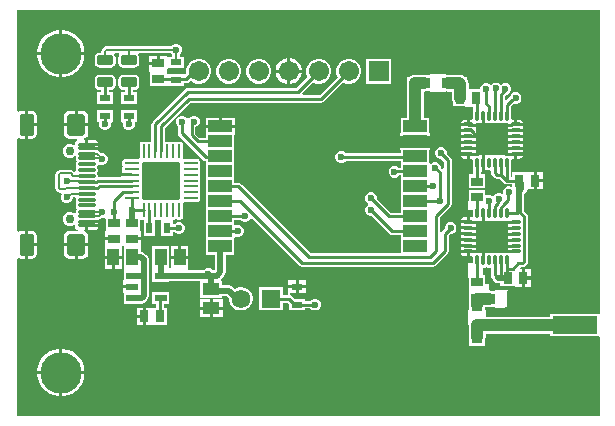
<source format=gtl>
G04*
G04 #@! TF.GenerationSoftware,Altium Limited,Altium Designer,23.0.1 (38)*
G04*
G04 Layer_Physical_Order=1*
G04 Layer_Color=255*
%FSLAX42Y42*%
%MOMM*%
G71*
G04*
G04 #@! TF.SameCoordinates,C436630F-131B-4BCA-922F-36B4D9C4E9B2*
G04*
G04*
G04 #@! TF.FilePolarity,Positive*
G04*
G01*
G75*
%ADD10C,0.20*%
%ADD13C,0.50*%
G04:AMPARAMS|DCode=14|XSize=0.25mm|YSize=1.2mm|CornerRadius=0.03mm|HoleSize=0mm|Usage=FLASHONLY|Rotation=0.000|XOffset=0mm|YOffset=0mm|HoleType=Round|Shape=RoundedRectangle|*
%AMROUNDEDRECTD14*
21,1,0.25,1.15,0,0,0.0*
21,1,0.20,1.20,0,0,0.0*
1,1,0.05,0.10,-0.58*
1,1,0.05,-0.10,-0.58*
1,1,0.05,-0.10,0.58*
1,1,0.05,0.10,0.58*
%
%ADD14ROUNDEDRECTD14*%
G04:AMPARAMS|DCode=15|XSize=0.25mm|YSize=1.2mm|CornerRadius=0.03mm|HoleSize=0mm|Usage=FLASHONLY|Rotation=90.000|XOffset=0mm|YOffset=0mm|HoleType=Round|Shape=RoundedRectangle|*
%AMROUNDEDRECTD15*
21,1,0.25,1.15,0,0,90.0*
21,1,0.20,1.20,0,0,90.0*
1,1,0.05,0.58,0.10*
1,1,0.05,0.58,-0.10*
1,1,0.05,-0.58,-0.10*
1,1,0.05,-0.58,0.10*
%
%ADD15ROUNDEDRECTD15*%
%ADD16R,0.60X0.95*%
%ADD17R,1.00X0.80*%
%ADD18R,0.95X0.60*%
%ADD19R,4.90X1.60*%
%ADD20R,3.81X1.50*%
%ADD21R,0.80X1.00*%
G04:AMPARAMS|DCode=22|XSize=0.8mm|YSize=0.28mm|CornerRadius=0.07mm|HoleSize=0mm|Usage=FLASHONLY|Rotation=0.000|XOffset=0mm|YOffset=0mm|HoleType=Round|Shape=RoundedRectangle|*
%AMROUNDEDRECTD22*
21,1,0.80,0.14,0,0,0.0*
21,1,0.66,0.28,0,0,0.0*
1,1,0.14,0.33,-0.07*
1,1,0.14,-0.33,-0.07*
1,1,0.14,-0.33,0.07*
1,1,0.14,0.33,0.07*
%
%ADD22ROUNDEDRECTD22*%
G04:AMPARAMS|DCode=23|XSize=0.8mm|YSize=0.28mm|CornerRadius=0.07mm|HoleSize=0mm|Usage=FLASHONLY|Rotation=270.000|XOffset=0mm|YOffset=0mm|HoleType=Round|Shape=RoundedRectangle|*
%AMROUNDEDRECTD23*
21,1,0.80,0.14,0,0,270.0*
21,1,0.66,0.28,0,0,270.0*
1,1,0.14,-0.07,-0.33*
1,1,0.14,-0.07,0.33*
1,1,0.14,0.07,0.33*
1,1,0.14,0.07,-0.33*
%
%ADD23ROUNDEDRECTD23*%
%ADD24R,1.45X1.00*%
%ADD25R,1.00X1.45*%
%ADD26R,1.00X0.60*%
G04:AMPARAMS|DCode=27|XSize=1.8mm|YSize=1.5mm|CornerRadius=0.15mm|HoleSize=0mm|Usage=FLASHONLY|Rotation=270.000|XOffset=0mm|YOffset=0mm|HoleType=Round|Shape=RoundedRectangle|*
%AMROUNDEDRECTD27*
21,1,1.80,1.20,0,0,270.0*
21,1,1.50,1.50,0,0,270.0*
1,1,0.30,-0.60,-0.75*
1,1,0.30,-0.60,0.75*
1,1,0.30,0.60,0.75*
1,1,0.30,0.60,-0.75*
%
%ADD27ROUNDEDRECTD27*%
G04:AMPARAMS|DCode=28|XSize=1.8mm|YSize=1.2mm|CornerRadius=0.12mm|HoleSize=0mm|Usage=FLASHONLY|Rotation=90.000|XOffset=0mm|YOffset=0mm|HoleType=Round|Shape=RoundedRectangle|*
%AMROUNDEDRECTD28*
21,1,1.80,0.96,0,0,90.0*
21,1,1.56,1.20,0,0,90.0*
1,1,0.24,0.48,0.78*
1,1,0.24,0.48,-0.78*
1,1,0.24,-0.48,-0.78*
1,1,0.24,-0.48,0.78*
%
%ADD28ROUNDEDRECTD28*%
G04:AMPARAMS|DCode=29|XSize=0.3mm|YSize=1.45mm|CornerRadius=0.05mm|HoleSize=0mm|Usage=FLASHONLY|Rotation=90.000|XOffset=0mm|YOffset=0mm|HoleType=Round|Shape=RoundedRectangle|*
%AMROUNDEDRECTD29*
21,1,0.30,1.36,0,0,90.0*
21,1,0.21,1.45,0,0,90.0*
1,1,0.09,0.68,0.11*
1,1,0.09,0.68,-0.11*
1,1,0.09,-0.68,-0.11*
1,1,0.09,-0.68,0.11*
%
%ADD29ROUNDEDRECTD29*%
G04:AMPARAMS|DCode=30|XSize=0.86mm|YSize=1.35mm|CornerRadius=0.22mm|HoleSize=0mm|Usage=FLASHONLY|Rotation=270.000|XOffset=0mm|YOffset=0mm|HoleType=Round|Shape=RoundedRectangle|*
%AMROUNDEDRECTD30*
21,1,0.86,0.91,0,0,270.0*
21,1,0.42,1.35,0,0,270.0*
1,1,0.44,-0.46,-0.21*
1,1,0.44,-0.46,0.21*
1,1,0.44,0.46,0.21*
1,1,0.44,0.46,-0.21*
%
%ADD30ROUNDEDRECTD30*%
%ADD31R,2.00X1.00*%
G04:AMPARAMS|DCode=65|XSize=3.2mm|YSize=3.2mm|CornerRadius=0.08mm|HoleSize=0mm|Usage=FLASHONLY|Rotation=90.000|XOffset=0mm|YOffset=0mm|HoleType=Round|Shape=RoundedRectangle|*
%AMROUNDEDRECTD65*
21,1,3.20,3.04,0,0,90.0*
21,1,3.04,3.20,0,0,90.0*
1,1,0.16,1.52,1.52*
1,1,0.16,1.52,-1.52*
1,1,0.16,-1.52,-1.52*
1,1,0.16,-1.52,1.52*
%
%ADD65ROUNDEDRECTD65*%
G04:AMPARAMS|DCode=66|XSize=2.7mm|YSize=2.7mm|CornerRadius=0.07mm|HoleSize=0mm|Usage=FLASHONLY|Rotation=270.000|XOffset=0mm|YOffset=0mm|HoleType=Round|Shape=RoundedRectangle|*
%AMROUNDEDRECTD66*
21,1,2.70,2.57,0,0,270.0*
21,1,2.57,2.70,0,0,270.0*
1,1,0.14,-1.28,-1.28*
1,1,0.14,-1.28,1.28*
1,1,0.14,1.28,1.28*
1,1,0.14,1.28,-1.28*
%
%ADD66ROUNDEDRECTD66*%
%ADD67C,0.25*%
%ADD68C,1.00*%
%ADD69R,2.50X1.00*%
%ADD70C,3.50*%
%ADD71R,1.71X1.71*%
%ADD72C,1.71*%
%ADD73C,1.59*%
%ADD74R,1.59X1.59*%
%ADD75C,0.75*%
%ADD76C,0.60*%
G36*
X4967Y905D02*
X4954Y895D01*
X4540D01*
Y871D01*
X4000D01*
Y925D01*
X3992D01*
Y954D01*
X4025D01*
X4043Y957D01*
X4045Y957D01*
X4075D01*
Y950D01*
X4175D01*
Y1086D01*
X4175Y1086D01*
X4175Y1086D01*
X4176Y1087D01*
X4187Y1098D01*
X4183Y1098D01*
X4175Y1100D01*
X4170Y1099D01*
X4159Y1098D01*
X4075Y1100D01*
Y1093D01*
X4045D01*
X4043Y1093D01*
X4025Y1096D01*
Y1150D01*
X3995D01*
Y1227D01*
X3975D01*
Y1284D01*
X3982D01*
X3995Y1286D01*
X4005Y1293D01*
X4007Y1292D01*
X4018Y1289D01*
X4032D01*
X4032Y1289D01*
X4042Y1281D01*
Y1225D01*
X4044Y1212D01*
X4052Y1202D01*
X4054Y1199D01*
X4058Y1182D01*
X4068Y1168D01*
X4082Y1158D01*
X4100Y1154D01*
X4122D01*
Y1130D01*
X4242D01*
X4252Y1125D01*
X4252Y1125D01*
X4252Y1125D01*
X4305D01*
Y1200D01*
Y1275D01*
X4298D01*
X4291Y1288D01*
X4294Y1292D01*
X4310D01*
X4323Y1294D01*
X4334Y1302D01*
X4348Y1316D01*
X4356Y1327D01*
X4358Y1340D01*
Y1715D01*
X4356Y1728D01*
X4348Y1738D01*
X4321Y1766D01*
Y1905D01*
X4322Y1907D01*
X4332Y1918D01*
X4342Y1932D01*
X4344Y1940D01*
X4352Y1950D01*
X4358Y1950D01*
X4405D01*
Y2025D01*
Y2100D01*
X4353D01*
X4352Y2100D01*
X4342Y2095D01*
X4339Y2095D01*
X4222D01*
Y2058D01*
X4208D01*
Y2135D01*
X4210Y2142D01*
Y2199D01*
X4216Y2209D01*
X4222Y2210D01*
X4237D01*
Y2250D01*
X4250D01*
Y2263D01*
X4315D01*
X4314Y2270D01*
X4310Y2275D01*
X4314Y2280D01*
X4315Y2287D01*
X4250D01*
Y2313D01*
X4315D01*
X4314Y2320D01*
X4310Y2325D01*
X4314Y2330D01*
X4315Y2337D01*
X4250D01*
Y2363D01*
X4315D01*
X4314Y2370D01*
X4310Y2375D01*
X4314Y2380D01*
X4315Y2387D01*
X4250D01*
Y2413D01*
X4315D01*
X4314Y2420D01*
X4310Y2425D01*
X4314Y2430D01*
X4315Y2437D01*
X4250D01*
Y2463D01*
X4315D01*
X4314Y2470D01*
X4310Y2475D01*
X4314Y2480D01*
X4315Y2487D01*
X4250D01*
Y2500D01*
X4237D01*
Y2540D01*
X4222D01*
X4216Y2541D01*
X4210Y2551D01*
Y2608D01*
X4209Y2608D01*
Y2654D01*
X4233Y2678D01*
X4240Y2675D01*
X4260D01*
X4278Y2683D01*
X4292Y2697D01*
X4300Y2715D01*
Y2735D01*
X4292Y2753D01*
X4278Y2767D01*
X4260Y2775D01*
X4240D01*
X4222Y2767D01*
X4208Y2753D01*
X4201Y2737D01*
X4196Y2734D01*
X4170Y2708D01*
X4158Y2713D01*
Y2740D01*
X4168Y2750D01*
X4174D01*
X4192Y2758D01*
X4206Y2772D01*
X4214Y2790D01*
Y2810D01*
X4206Y2828D01*
X4192Y2842D01*
X4174Y2850D01*
X4154D01*
X4135Y2842D01*
X4127Y2833D01*
X4126Y2834D01*
X4112Y2848D01*
X4093Y2855D01*
X4073D01*
X4055Y2848D01*
X4041Y2834D01*
X4039Y2833D01*
X4029Y2843D01*
X4011Y2850D01*
X3991D01*
X3972Y2843D01*
X3958Y2829D01*
X3951Y2810D01*
Y2800D01*
X3853D01*
Y2842D01*
X3851Y2861D01*
X3844Y2878D01*
X3842Y2879D01*
Y2900D01*
X3825D01*
X3810Y2911D01*
X3793Y2918D01*
X3775Y2921D01*
X3675D01*
X3663Y2919D01*
X3657Y2925D01*
Y2925D01*
X3525D01*
Y2917D01*
X3495D01*
X3493Y2918D01*
X3475Y2921D01*
X3400D01*
X3382Y2918D01*
X3365Y2911D01*
X3350Y2900D01*
X3333D01*
Y2870D01*
X3332Y2868D01*
X3329Y2850D01*
Y2553D01*
X3280D01*
Y2431D01*
X3275D01*
Y2369D01*
X3525D01*
Y2431D01*
X3520D01*
Y2553D01*
X3471D01*
Y2768D01*
X3475Y2779D01*
X3493Y2782D01*
X3495Y2783D01*
X3525D01*
Y2775D01*
X3657D01*
Y2775D01*
X3663Y2781D01*
X3675Y2779D01*
X3675Y2779D01*
X3712D01*
Y2725D01*
X3714Y2707D01*
X3721Y2690D01*
X3722Y2688D01*
Y2655D01*
X3778D01*
X3783Y2654D01*
X3787Y2655D01*
X3825D01*
Y2650D01*
X3892D01*
Y2615D01*
X3890Y2608D01*
Y2551D01*
X3884Y2541D01*
X3878Y2540D01*
X3863D01*
Y2500D01*
X3850D01*
Y2487D01*
X3785D01*
X3786Y2480D01*
X3790Y2475D01*
X3786Y2470D01*
X3785Y2463D01*
X3850D01*
Y2437D01*
X3785D01*
X3786Y2430D01*
X3790Y2425D01*
X3786Y2420D01*
X3785Y2413D01*
X3850D01*
Y2387D01*
X3785D01*
X3786Y2380D01*
X3790Y2375D01*
X3786Y2370D01*
X3785Y2363D01*
X3850D01*
Y2337D01*
X3785D01*
X3786Y2330D01*
X3790Y2325D01*
X3786Y2320D01*
X3785Y2313D01*
X3850D01*
Y2287D01*
X3785D01*
X3786Y2280D01*
X3790Y2275D01*
X3786Y2270D01*
X3785Y2263D01*
X3850D01*
Y2250D01*
X3863D01*
Y2210D01*
X3878D01*
X3884Y2209D01*
X3890Y2199D01*
Y2142D01*
X3892Y2135D01*
Y2077D01*
X3855D01*
Y1958D01*
X3995D01*
Y2077D01*
X3958D01*
Y2101D01*
X3962Y2104D01*
Y2175D01*
X3988D01*
Y2110D01*
X3995Y2111D01*
X4005Y2118D01*
X4007Y2117D01*
X4018Y2114D01*
X4032D01*
X4032Y2114D01*
X4042Y2106D01*
Y2090D01*
X4044Y2077D01*
X4052Y2066D01*
X4066Y2052D01*
X4077Y2044D01*
X4090Y2042D01*
X4111D01*
X4152Y2002D01*
X4162Y1994D01*
X4175Y1992D01*
X4222D01*
Y1979D01*
X4212Y1972D01*
X4205Y1975D01*
X4185D01*
X4167Y1967D01*
X4153Y1953D01*
X4145Y1935D01*
Y1919D01*
X4142Y1916D01*
X4136Y1912D01*
X4133Y1911D01*
X4118Y1917D01*
X4098D01*
X4080Y1910D01*
X4066Y1896D01*
X4053Y1898D01*
X4039Y1904D01*
X4019D01*
X4008Y1899D01*
X3995Y1907D01*
Y1942D01*
X3855D01*
Y1850D01*
X3850D01*
Y1775D01*
X3890D01*
Y1726D01*
X3884Y1716D01*
X3878Y1715D01*
X3863D01*
Y1675D01*
X3850D01*
Y1662D01*
X3785D01*
X3786Y1655D01*
X3790Y1650D01*
X3786Y1645D01*
X3785Y1638D01*
X3850D01*
Y1612D01*
X3785D01*
X3786Y1605D01*
X3790Y1600D01*
X3786Y1595D01*
X3785Y1588D01*
X3850D01*
Y1562D01*
X3785D01*
X3786Y1555D01*
X3790Y1550D01*
X3786Y1545D01*
X3785Y1538D01*
X3850D01*
Y1512D01*
X3785D01*
X3786Y1505D01*
X3790Y1500D01*
X3786Y1495D01*
X3785Y1488D01*
X3850D01*
Y1462D01*
X3785D01*
X3786Y1455D01*
X3790Y1450D01*
X3786Y1445D01*
X3785Y1438D01*
X3850D01*
Y1425D01*
X3863D01*
Y1385D01*
X3878D01*
X3884Y1384D01*
X3890Y1374D01*
Y1325D01*
X3850D01*
Y1200D01*
X3855D01*
Y1150D01*
X3850D01*
X3854Y1146D01*
Y1025D01*
Y975D01*
X3857Y957D01*
X3858Y955D01*
Y925D01*
X3850D01*
Y804D01*
X3854Y800D01*
Y700D01*
X3857Y682D01*
X3858Y680D01*
Y625D01*
X3992D01*
Y680D01*
X3993Y682D01*
X3996Y700D01*
Y729D01*
X4540D01*
Y705D01*
X4954D01*
X4960Y705D01*
X4967Y695D01*
Y33D01*
X33D01*
Y1362D01*
X46Y1369D01*
X48Y1367D01*
X63Y1364D01*
X98D01*
Y1481D01*
Y1597D01*
X63D01*
X48Y1594D01*
X46Y1592D01*
X33Y1599D01*
X33Y2378D01*
X46Y2385D01*
X48Y2383D01*
X63Y2380D01*
X98D01*
Y2497D01*
Y2613D01*
X63D01*
X48Y2610D01*
X46Y2608D01*
X33Y2615D01*
Y3467D01*
X4967D01*
X4967Y905D01*
D02*
G37*
%LPC*%
G36*
X1385Y3184D02*
X1365D01*
X1347Y3176D01*
X1335Y3164D01*
X787D01*
X787Y3164D01*
X775Y3162D01*
X765Y3155D01*
X765Y3155D01*
X753Y3144D01*
X747Y3134D01*
X744Y3122D01*
X744Y3122D01*
Y3107D01*
X729D01*
X713Y3104D01*
X699Y3095D01*
X690Y3081D01*
X687Y3065D01*
Y3022D01*
X690Y3006D01*
X699Y2992D01*
X713Y2983D01*
X729Y2980D01*
X821D01*
X837Y2983D01*
X851Y2992D01*
X860Y3006D01*
X863Y3022D01*
Y3065D01*
X860Y3081D01*
X854Y3090D01*
X859Y3103D01*
X891D01*
X896Y3090D01*
X890Y3081D01*
X887Y3065D01*
Y3022D01*
X890Y3006D01*
X899Y2992D01*
X913Y2983D01*
X929Y2980D01*
X1021D01*
X1037Y2983D01*
X1051Y2992D01*
X1060Y3006D01*
X1063Y3022D01*
Y3065D01*
X1060Y3081D01*
X1054Y3090D01*
X1059Y3103D01*
X1335D01*
X1342Y3096D01*
Y3082D01*
X1335Y3075D01*
X1310Y3075D01*
X1300Y3083D01*
X1298Y3083D01*
X1238D01*
Y3017D01*
X1225D01*
Y3005D01*
X1150D01*
Y2953D01*
X1150Y2952D01*
X1155Y2942D01*
X1155Y2939D01*
Y2823D01*
X1295D01*
Y2825D01*
X1307Y2825D01*
Y2825D01*
X1443D01*
Y2849D01*
X1460D01*
X1473Y2852D01*
X1484Y2859D01*
X1496Y2872D01*
X1502Y2866D01*
X1526Y2852D01*
X1553Y2844D01*
X1581D01*
X1608Y2852D01*
X1632Y2866D01*
X1651Y2885D01*
X1665Y2909D01*
X1673Y2936D01*
Y2964D01*
X1665Y2991D01*
X1651Y3015D01*
X1632Y3034D01*
X1608Y3048D01*
X1581Y3056D01*
X1553D01*
X1526Y3048D01*
X1502Y3034D01*
X1483Y3015D01*
X1469Y2991D01*
X1461Y2964D01*
Y2936D01*
X1462Y2934D01*
X1453Y2925D01*
X1443Y2925D01*
Y2925D01*
X1307D01*
Y2925D01*
X1295Y2925D01*
X1295Y2942D01*
X1300Y2952D01*
X1300Y2953D01*
Y2965D01*
X1307Y2975D01*
X1313Y2975D01*
X1443D01*
Y3075D01*
X1406D01*
Y3094D01*
X1417Y3105D01*
X1425Y3124D01*
Y3144D01*
X1417Y3162D01*
X1403Y3176D01*
X1385Y3184D01*
D02*
G37*
G36*
X420Y3300D02*
X413D01*
Y3113D01*
X600D01*
Y3120D01*
X593Y3158D01*
X578Y3195D01*
X556Y3228D01*
X528Y3256D01*
X495Y3278D01*
X458Y3293D01*
X420Y3300D01*
D02*
G37*
G36*
X387D02*
X380D01*
X342Y3293D01*
X305Y3278D01*
X272Y3256D01*
X244Y3228D01*
X222Y3195D01*
X207Y3158D01*
X200Y3120D01*
Y3113D01*
X387D01*
Y3300D01*
D02*
G37*
G36*
X1212Y3083D02*
X1150D01*
Y3030D01*
X1212D01*
Y3083D01*
D02*
G37*
G36*
X2344Y3061D02*
X2342D01*
Y2963D01*
X2440D01*
Y2965D01*
X2432Y2993D01*
X2418Y3018D01*
X2397Y3039D01*
X2372Y3053D01*
X2344Y3061D01*
D02*
G37*
G36*
X2316D02*
X2314D01*
X2286Y3053D01*
X2261Y3039D01*
X2240Y3018D01*
X2226Y2993D01*
X2218Y2965D01*
Y2963D01*
X2316D01*
Y3061D01*
D02*
G37*
G36*
X600Y3087D02*
X413D01*
Y2900D01*
X420D01*
X458Y2907D01*
X495Y2922D01*
X528Y2944D01*
X556Y2972D01*
X578Y3005D01*
X593Y3042D01*
X600Y3080D01*
Y3087D01*
D02*
G37*
G36*
X387D02*
X200D01*
Y3080D01*
X207Y3042D01*
X222Y3005D01*
X244Y2972D01*
X272Y2944D01*
X305Y2922D01*
X342Y2907D01*
X380Y2900D01*
X387D01*
Y3087D01*
D02*
G37*
G36*
X3197Y3056D02*
X2985D01*
Y2844D01*
X3197D01*
Y3056D01*
D02*
G37*
G36*
X2851D02*
X2823D01*
X2796Y3048D01*
X2772Y3034D01*
X2753Y3015D01*
X2739Y2991D01*
X2732Y2964D01*
Y2936D01*
X2739Y2909D01*
X2743Y2902D01*
X2591Y2751D01*
X2449D01*
X2444Y2764D01*
X2535Y2856D01*
X2542Y2852D01*
X2569Y2844D01*
X2597D01*
X2624Y2852D01*
X2648Y2866D01*
X2667Y2885D01*
X2681Y2909D01*
X2689Y2936D01*
Y2964D01*
X2681Y2991D01*
X2667Y3015D01*
X2648Y3034D01*
X2624Y3048D01*
X2597Y3056D01*
X2569D01*
X2542Y3048D01*
X2518Y3034D01*
X2499Y3015D01*
X2485Y2991D01*
X2477Y2964D01*
Y2936D01*
X2485Y2909D01*
X2489Y2902D01*
X2394Y2808D01*
X1475D01*
X1462Y2806D01*
X1452Y2798D01*
X1177Y2523D01*
X1169Y2513D01*
X1167Y2500D01*
Y2361D01*
X1160Y2355D01*
X1140D01*
X1131Y2354D01*
X1125Y2350D01*
X1119Y2354D01*
X1110Y2355D01*
X1090D01*
X1081Y2354D01*
X1074Y2349D01*
X1069Y2341D01*
X1067Y2333D01*
Y2219D01*
X1066Y2216D01*
X1059Y2209D01*
X1056Y2208D01*
X943D01*
X934Y2206D01*
X926Y2201D01*
X921Y2194D01*
X920Y2185D01*
Y2165D01*
X921Y2156D01*
X925Y2150D01*
X921Y2144D01*
X920Y2135D01*
Y2115D01*
X921Y2106D01*
X922Y2105D01*
X916Y2096D01*
X915Y2088D01*
X1000D01*
Y2062D01*
X912D01*
X908Y2058D01*
X712D01*
Y2074D01*
X710Y2084D01*
X707Y2089D01*
X710Y2093D01*
X712Y2103D01*
Y2124D01*
X710Y2134D01*
X707Y2139D01*
X710Y2143D01*
X712Y2153D01*
Y2158D01*
X715Y2161D01*
X725Y2165D01*
X740Y2159D01*
X760D01*
X778Y2166D01*
X792Y2180D01*
X800Y2199D01*
Y2219D01*
X792Y2237D01*
X778Y2251D01*
X760Y2259D01*
X743D01*
X732Y2270D01*
X722Y2277D01*
X716Y2278D01*
X717Y2286D01*
X619D01*
Y2311D01*
X717D01*
X717Y2314D01*
X717Y2316D01*
X619D01*
Y2328D01*
X606D01*
Y2369D01*
X600D01*
X598Y2382D01*
X605Y2383D01*
X618Y2392D01*
X627Y2406D01*
X630Y2422D01*
Y2484D01*
X529D01*
X428D01*
Y2422D01*
X431Y2406D01*
X440Y2392D01*
X453Y2383D01*
X469Y2380D01*
X540D01*
X542Y2368D01*
X539Y2367D01*
X529Y2361D01*
X523Y2351D01*
X521Y2339D01*
Y2331D01*
X508Y2326D01*
X508Y2326D01*
X486Y2334D01*
X464D01*
X442Y2326D01*
X426Y2310D01*
X418Y2288D01*
Y2266D01*
X426Y2244D01*
X442Y2228D01*
X464Y2219D01*
X486D01*
X508Y2228D01*
X514Y2234D01*
X515Y2234D01*
X525Y2229D01*
X526Y2229D01*
Y2208D01*
X528Y2198D01*
X533Y2191D01*
X528Y2184D01*
X526Y2174D01*
Y2153D01*
X528Y2143D01*
X531Y2139D01*
X528Y2134D01*
X526Y2124D01*
Y2103D01*
X525Y2102D01*
X512Y2099D01*
X504Y2107D01*
X494Y2113D01*
X483Y2116D01*
X483Y2116D01*
X397D01*
X397Y2116D01*
X385Y2113D01*
X375Y2107D01*
X375Y2107D01*
X363Y2095D01*
X357Y2085D01*
X354Y2073D01*
X354Y2073D01*
Y1965D01*
X354Y1965D01*
X357Y1954D01*
X363Y1944D01*
X375Y1932D01*
X375Y1932D01*
X385Y1925D01*
X397Y1923D01*
X397Y1923D01*
X402D01*
X407Y1910D01*
X400Y1894D01*
Y1874D01*
X408Y1855D01*
X422Y1841D01*
X440Y1834D01*
X460D01*
X478Y1841D01*
X492Y1855D01*
X500Y1874D01*
Y1882D01*
X501Y1883D01*
X519D01*
X526Y1874D01*
Y1853D01*
X528Y1843D01*
X531Y1839D01*
X528Y1834D01*
X526Y1824D01*
Y1803D01*
X528Y1793D01*
X533Y1786D01*
X528Y1779D01*
X526Y1769D01*
Y1748D01*
X525Y1748D01*
X515Y1743D01*
X514Y1743D01*
X508Y1749D01*
X486Y1758D01*
X464D01*
X442Y1749D01*
X426Y1733D01*
X418Y1711D01*
Y1689D01*
X426Y1667D01*
X442Y1651D01*
X464Y1642D01*
X486D01*
X508Y1651D01*
X508Y1651D01*
X521Y1646D01*
Y1638D01*
X523Y1626D01*
X529Y1616D01*
X539Y1610D01*
X542Y1609D01*
X540Y1597D01*
X469D01*
X453Y1594D01*
X440Y1585D01*
X431Y1571D01*
X428Y1556D01*
Y1493D01*
X529D01*
X630D01*
Y1556D01*
X627Y1571D01*
X618Y1585D01*
X605Y1594D01*
X598Y1595D01*
X600Y1608D01*
X606D01*
Y1649D01*
X619D01*
Y1661D01*
X717D01*
X717Y1664D01*
X717Y1666D01*
X619D01*
Y1691D01*
X718D01*
X720Y1698D01*
X731Y1700D01*
X741Y1707D01*
X743Y1709D01*
X760D01*
X767Y1712D01*
X780Y1703D01*
Y1611D01*
X780Y1608D01*
X775Y1598D01*
X775Y1597D01*
Y1545D01*
X850D01*
Y1520D01*
X775D01*
Y1473D01*
X770D01*
Y1388D01*
X845D01*
X920D01*
Y1467D01*
X935D01*
Y1282D01*
X935D01*
Y1270D01*
X935D01*
Y1180D01*
X930D01*
Y1138D01*
X1005D01*
Y1112D01*
X930D01*
Y1070D01*
X935D01*
Y980D01*
X1075D01*
Y984D01*
X1085D01*
X1103Y988D01*
X1118Y998D01*
X1132Y1012D01*
X1142Y1027D01*
X1146Y1045D01*
Y1225D01*
Y1330D01*
X1150Y1340D01*
Y1360D01*
X1142Y1378D01*
X1128Y1392D01*
X1118Y1397D01*
X1107Y1407D01*
X1093Y1417D01*
X1075Y1421D01*
Y1467D01*
X1075D01*
Y1520D01*
X1000D01*
Y1545D01*
X1075D01*
Y1597D01*
X1075Y1598D01*
X1070Y1608D01*
X1070Y1611D01*
Y1689D01*
X1080Y1695D01*
X1083Y1696D01*
X1088Y1695D01*
X1100Y1692D01*
X1100Y1688D01*
Y1557D01*
X1200D01*
X1200Y1692D01*
X1212Y1695D01*
X1219Y1696D01*
X1225Y1700D01*
X1231Y1696D01*
X1238Y1695D01*
X1240Y1695D01*
X1250Y1688D01*
X1250Y1682D01*
Y1557D01*
X1350D01*
Y1591D01*
X1363Y1592D01*
X1372Y1583D01*
X1390Y1575D01*
X1410D01*
X1428Y1583D01*
X1442Y1597D01*
X1450Y1615D01*
Y1635D01*
X1442Y1653D01*
X1428Y1667D01*
X1410Y1675D01*
X1390D01*
X1372Y1667D01*
X1363Y1658D01*
X1350Y1659D01*
X1350Y1688D01*
X1360Y1695D01*
X1362Y1695D01*
X1369Y1696D01*
X1375Y1700D01*
X1381Y1696D01*
X1390Y1695D01*
X1410D01*
X1419Y1696D01*
X1426Y1701D01*
X1431Y1709D01*
X1433Y1717D01*
Y1831D01*
X1434Y1834D01*
X1441Y1841D01*
X1444Y1842D01*
X1557D01*
X1566Y1844D01*
X1574Y1849D01*
X1579Y1856D01*
X1580Y1865D01*
Y1885D01*
X1579Y1894D01*
X1575Y1900D01*
X1579Y1906D01*
X1580Y1915D01*
Y1935D01*
X1579Y1944D01*
X1575Y1950D01*
X1579Y1956D01*
X1580Y1965D01*
Y1985D01*
X1579Y1994D01*
X1575Y2000D01*
X1579Y2006D01*
X1580Y2015D01*
Y2035D01*
X1579Y2044D01*
X1575Y2050D01*
X1579Y2056D01*
X1580Y2065D01*
Y2085D01*
X1579Y2094D01*
X1575Y2100D01*
X1579Y2106D01*
X1580Y2115D01*
Y2135D01*
X1579Y2144D01*
X1575Y2150D01*
X1579Y2156D01*
X1580Y2165D01*
Y2185D01*
X1579Y2194D01*
X1574Y2201D01*
X1566Y2206D01*
X1557Y2208D01*
X1444D01*
X1441Y2209D01*
X1434Y2216D01*
X1433Y2219D01*
Y2333D01*
X1431Y2341D01*
X1426Y2349D01*
X1419Y2354D01*
X1410Y2355D01*
X1390D01*
X1381Y2354D01*
X1375Y2350D01*
X1369Y2354D01*
X1360Y2355D01*
X1340D01*
X1331Y2354D01*
X1325Y2350D01*
X1319Y2354D01*
X1310Y2355D01*
X1290D01*
X1283Y2361D01*
Y2472D01*
X1496Y2685D01*
X2605D01*
X2618Y2687D01*
X2628Y2694D01*
X2789Y2856D01*
X2796Y2852D01*
X2823Y2844D01*
X2851D01*
X2878Y2852D01*
X2902Y2866D01*
X2921Y2885D01*
X2935Y2909D01*
X2942Y2936D01*
Y2964D01*
X2935Y2991D01*
X2921Y3015D01*
X2902Y3034D01*
X2878Y3048D01*
X2851Y3056D01*
D02*
G37*
G36*
X2089D02*
X2061D01*
X2034Y3048D01*
X2010Y3034D01*
X1991Y3015D01*
X1977Y2991D01*
X1969Y2964D01*
Y2936D01*
X1977Y2909D01*
X1991Y2885D01*
X2010Y2866D01*
X2034Y2852D01*
X2061Y2844D01*
X2089D01*
X2116Y2852D01*
X2140Y2866D01*
X2159Y2885D01*
X2173Y2909D01*
X2181Y2936D01*
Y2964D01*
X2173Y2991D01*
X2159Y3015D01*
X2140Y3034D01*
X2116Y3048D01*
X2089Y3056D01*
D02*
G37*
G36*
X1835D02*
X1807D01*
X1780Y3048D01*
X1756Y3034D01*
X1737Y3015D01*
X1723Y2991D01*
X1716Y2964D01*
Y2936D01*
X1723Y2909D01*
X1737Y2885D01*
X1756Y2866D01*
X1780Y2852D01*
X1807Y2844D01*
X1835D01*
X1862Y2852D01*
X1886Y2866D01*
X1905Y2885D01*
X1919Y2909D01*
X1926Y2936D01*
Y2964D01*
X1919Y2991D01*
X1905Y3015D01*
X1886Y3034D01*
X1862Y3048D01*
X1835Y3056D01*
D02*
G37*
G36*
X2440Y2937D02*
X2342D01*
Y2839D01*
X2344D01*
X2372Y2847D01*
X2397Y2861D01*
X2418Y2882D01*
X2432Y2907D01*
X2440Y2935D01*
Y2937D01*
D02*
G37*
G36*
X2316D02*
X2218D01*
Y2935D01*
X2226Y2907D01*
X2240Y2882D01*
X2261Y2861D01*
X2286Y2847D01*
X2314Y2839D01*
X2316D01*
Y2937D01*
D02*
G37*
G36*
X1021Y2920D02*
X929D01*
X913Y2917D01*
X899Y2908D01*
X890Y2894D01*
X887Y2878D01*
Y2835D01*
X890Y2819D01*
X899Y2805D01*
X913Y2796D01*
X929Y2793D01*
X942D01*
Y2775D01*
X907D01*
Y2675D01*
X1043D01*
Y2775D01*
X1008D01*
Y2793D01*
X1021D01*
X1037Y2796D01*
X1051Y2805D01*
X1060Y2819D01*
X1063Y2835D01*
Y2878D01*
X1060Y2894D01*
X1051Y2908D01*
X1037Y2917D01*
X1021Y2920D01*
D02*
G37*
G36*
X821D02*
X729D01*
X713Y2917D01*
X699Y2908D01*
X690Y2894D01*
X687Y2878D01*
Y2835D01*
X690Y2819D01*
X699Y2805D01*
X713Y2796D01*
X729Y2793D01*
X742D01*
Y2775D01*
X707D01*
Y2675D01*
X843D01*
Y2775D01*
X808D01*
Y2793D01*
X821D01*
X837Y2796D01*
X851Y2805D01*
X860Y2819D01*
X863Y2835D01*
Y2878D01*
X860Y2894D01*
X851Y2908D01*
X837Y2917D01*
X821Y2920D01*
D02*
G37*
G36*
X1535Y2575D02*
X1515D01*
X1497Y2567D01*
X1483Y2553D01*
X1482Y2552D01*
X1468D01*
X1467Y2553D01*
X1453Y2567D01*
X1435Y2575D01*
X1415D01*
X1397Y2567D01*
X1383Y2553D01*
X1375Y2535D01*
Y2515D01*
X1383Y2497D01*
X1392Y2487D01*
Y2425D01*
X1394Y2412D01*
X1402Y2402D01*
X1602Y2202D01*
X1612Y2194D01*
X1625Y2192D01*
X1630D01*
Y2159D01*
Y2032D01*
Y1905D01*
Y1778D01*
Y1651D01*
Y1524D01*
Y1397D01*
X1704D01*
Y1269D01*
X1701Y1266D01*
X1689D01*
X1678Y1276D01*
X1660Y1284D01*
X1640D01*
X1622Y1276D01*
X1611Y1266D01*
X1484D01*
X1480Y1277D01*
X1480Y1279D01*
Y1362D01*
X1405D01*
X1330D01*
Y1284D01*
X1320Y1273D01*
X1319Y1273D01*
X1315Y1273D01*
Y1282D01*
X1315D01*
Y1468D01*
X1175D01*
Y1282D01*
X1175D01*
X1175Y1270D01*
X1175D01*
Y1170D01*
X1315D01*
Y1174D01*
X1582D01*
Y1035D01*
X1767D01*
Y1047D01*
X1807D01*
X1825Y1028D01*
Y1012D01*
X1832Y987D01*
X1845Y964D01*
X1864Y945D01*
X1887Y932D01*
X1912Y926D01*
X1938D01*
X1963Y932D01*
X1986Y945D01*
X2005Y964D01*
X2018Y987D01*
X2025Y1012D01*
Y1038D01*
X2018Y1063D01*
X2005Y1086D01*
X1986Y1105D01*
X1963Y1118D01*
X1938Y1124D01*
X1912D01*
X1887Y1118D01*
X1873Y1110D01*
X1859Y1125D01*
X1844Y1135D01*
X1826Y1138D01*
X1767D01*
Y1175D01*
X1757D01*
X1753Y1187D01*
X1753Y1188D01*
X1782Y1218D01*
X1792Y1232D01*
X1796Y1250D01*
Y1397D01*
X1870D01*
Y1543D01*
X1881Y1550D01*
X1887Y1547D01*
X1907D01*
X1925Y1555D01*
X1939Y1569D01*
X1947Y1587D01*
Y1607D01*
X1939Y1625D01*
X1925Y1639D01*
X1907Y1647D01*
X1887D01*
X1880Y1644D01*
X1878Y1645D01*
X1870Y1654D01*
Y1688D01*
X1922D01*
X1931Y1679D01*
X1950Y1671D01*
X1970D01*
X1988Y1679D01*
X2002Y1693D01*
X2005Y1700D01*
X2020Y1703D01*
X2416Y1306D01*
X2427Y1299D01*
X2440Y1296D01*
X3555D01*
X3567Y1299D01*
X3578Y1306D01*
X3673Y1402D01*
X3681Y1412D01*
X3683Y1425D01*
Y1561D01*
X3697Y1575D01*
X3710D01*
X3728Y1583D01*
X3742Y1597D01*
X3750Y1615D01*
Y1635D01*
X3742Y1653D01*
X3728Y1667D01*
X3710Y1675D01*
X3690D01*
X3672Y1667D01*
X3658Y1653D01*
X3650Y1635D01*
Y1622D01*
X3627Y1598D01*
X3621Y1590D01*
X3611Y1591D01*
X3608Y1592D01*
Y1710D01*
X3698Y1800D01*
X3706Y1811D01*
X3708Y1824D01*
Y2200D01*
X3706Y2213D01*
X3698Y2223D01*
X3668Y2254D01*
Y2267D01*
X3661Y2285D01*
X3646Y2299D01*
X3628Y2307D01*
X3608D01*
X3590Y2299D01*
X3576Y2285D01*
X3568Y2267D01*
Y2247D01*
X3576Y2229D01*
X3590Y2214D01*
X3608Y2207D01*
X3621D01*
X3642Y2186D01*
Y2128D01*
X3629Y2123D01*
X3618Y2134D01*
Y2142D01*
X3611Y2160D01*
X3597Y2174D01*
X3578Y2182D01*
X3558D01*
X3540Y2174D01*
X3533Y2167D01*
X3520Y2172D01*
Y2281D01*
X3525D01*
Y2343D01*
X3275D01*
Y2281D01*
X3280D01*
Y2258D01*
X2813D01*
X2803Y2267D01*
X2785Y2275D01*
X2765D01*
X2747Y2267D01*
X2733Y2253D01*
X2725Y2235D01*
Y2215D01*
X2733Y2197D01*
X2747Y2183D01*
X2765Y2175D01*
X2785D01*
X2803Y2183D01*
X2813Y2192D01*
X3280D01*
Y2135D01*
X3261D01*
X3253Y2142D01*
X3235Y2150D01*
X3215D01*
X3197Y2142D01*
X3183Y2128D01*
X3175Y2110D01*
Y2090D01*
X3183Y2072D01*
X3197Y2058D01*
X3215Y2050D01*
X3235D01*
X3253Y2058D01*
X3265Y2069D01*
X3280D01*
Y2032D01*
Y1905D01*
Y1754D01*
X3193D01*
X3075Y1872D01*
Y1885D01*
X3067Y1903D01*
X3053Y1917D01*
X3035Y1925D01*
X3015D01*
X2997Y1917D01*
X2983Y1903D01*
X2975Y1885D01*
Y1865D01*
X2983Y1847D01*
X2997Y1833D01*
X2998Y1832D01*
Y1818D01*
X2997Y1817D01*
X2983Y1803D01*
X2975Y1785D01*
Y1765D01*
X2983Y1747D01*
X2997Y1733D01*
X3015Y1725D01*
X3028D01*
X3183Y1571D01*
X3193Y1563D01*
X3206Y1561D01*
X3280D01*
Y1524D01*
Y1408D01*
X2514D01*
X1923Y1998D01*
X1913Y2006D01*
X1900Y2008D01*
X1870D01*
Y2159D01*
Y2286D01*
Y2408D01*
X1875D01*
Y2470D01*
X1625D01*
Y2408D01*
X1630D01*
Y2389D01*
X1572D01*
X1540Y2421D01*
Y2477D01*
X1553Y2483D01*
X1567Y2497D01*
X1575Y2515D01*
Y2535D01*
X1567Y2553D01*
X1553Y2567D01*
X1535Y2575D01*
D02*
G37*
G36*
X4283Y2540D02*
X4263D01*
Y2513D01*
X4315D01*
X4314Y2520D01*
X4306Y2530D01*
X4296Y2538D01*
X4283Y2540D01*
D02*
G37*
G36*
X3837D02*
X3817D01*
X3804Y2538D01*
X3794Y2530D01*
X3786Y2520D01*
X3785Y2513D01*
X3837D01*
Y2540D01*
D02*
G37*
G36*
X589Y2613D02*
X542D01*
Y2509D01*
X630D01*
Y2572D01*
X627Y2587D01*
X618Y2601D01*
X605Y2610D01*
X589Y2613D01*
D02*
G37*
G36*
X159Y2613D02*
X124D01*
Y2509D01*
X197D01*
Y2575D01*
X194Y2589D01*
X186Y2601D01*
X174Y2610D01*
X159Y2613D01*
D02*
G37*
G36*
X516Y2613D02*
X469D01*
X453Y2610D01*
X440Y2601D01*
X431Y2587D01*
X428Y2572D01*
Y2509D01*
X516D01*
Y2613D01*
D02*
G37*
G36*
X1875Y2558D02*
X1763D01*
Y2496D01*
X1875D01*
Y2558D01*
D02*
G37*
G36*
X1737D02*
X1625D01*
Y2496D01*
X1737D01*
Y2558D01*
D02*
G37*
G36*
X1043Y2625D02*
X907D01*
Y2525D01*
X920D01*
X927Y2514D01*
X925Y2510D01*
Y2490D01*
X933Y2472D01*
X947Y2458D01*
X965Y2450D01*
X985D01*
X1003Y2458D01*
X1017Y2472D01*
X1025Y2490D01*
Y2510D01*
X1023Y2514D01*
X1030Y2525D01*
X1043D01*
Y2625D01*
D02*
G37*
G36*
X843D02*
X707D01*
Y2525D01*
X720D01*
X727Y2514D01*
X725Y2510D01*
Y2490D01*
X733Y2472D01*
X747Y2458D01*
X765Y2450D01*
X785D01*
X803Y2458D01*
X817Y2472D01*
X825Y2490D01*
Y2510D01*
X823Y2514D01*
X830Y2525D01*
X843D01*
Y2625D01*
D02*
G37*
G36*
X197Y2484D02*
X124D01*
Y2380D01*
X159D01*
X174Y2383D01*
X186Y2392D01*
X194Y2404D01*
X197Y2418D01*
Y2484D01*
D02*
G37*
G36*
X687Y2369D02*
X632D01*
Y2341D01*
X717D01*
X715Y2351D01*
X709Y2361D01*
X699Y2367D01*
X687Y2369D01*
D02*
G37*
G36*
X4315Y2237D02*
X4263D01*
Y2210D01*
X4283D01*
X4296Y2212D01*
X4306Y2220D01*
X4314Y2230D01*
X4315Y2237D01*
D02*
G37*
G36*
X3837D02*
X3785D01*
X3786Y2230D01*
X3794Y2220D01*
X3804Y2212D01*
X3817Y2210D01*
X3837D01*
Y2237D01*
D02*
G37*
G36*
X4430Y2100D02*
Y2038D01*
X4483D01*
Y2100D01*
X4430D01*
D02*
G37*
G36*
X4483Y2012D02*
X4430D01*
Y1950D01*
X4483D01*
Y2012D01*
D02*
G37*
G36*
X3837Y1715D02*
X3817D01*
X3804Y1713D01*
X3794Y1705D01*
X3786Y1695D01*
X3785Y1688D01*
X3837D01*
Y1715D01*
D02*
G37*
G36*
X717Y1636D02*
X632D01*
Y1608D01*
X687D01*
X699Y1610D01*
X709Y1616D01*
X715Y1626D01*
X717Y1636D01*
D02*
G37*
G36*
X159Y1597D02*
X124D01*
Y1493D01*
X197D01*
Y1559D01*
X194Y1573D01*
X186Y1585D01*
X174Y1594D01*
X159Y1597D01*
D02*
G37*
G36*
X1480Y1473D02*
X1418D01*
Y1388D01*
X1480D01*
Y1473D01*
D02*
G37*
G36*
X1392D02*
X1330D01*
Y1388D01*
X1392D01*
Y1473D01*
D02*
G37*
G36*
X3837Y1412D02*
X3785D01*
X3786Y1405D01*
X3794Y1395D01*
X3804Y1387D01*
X3817Y1385D01*
X3837D01*
Y1412D01*
D02*
G37*
G36*
X197Y1468D02*
X124D01*
Y1364D01*
X159D01*
X174Y1367D01*
X186Y1376D01*
X194Y1388D01*
X197Y1402D01*
Y1468D01*
D02*
G37*
G36*
X630D02*
X542D01*
Y1364D01*
X589D01*
X605Y1367D01*
X618Y1376D01*
X627Y1390D01*
X630Y1406D01*
Y1468D01*
D02*
G37*
G36*
X516D02*
X428D01*
Y1406D01*
X431Y1390D01*
X440Y1376D01*
X453Y1367D01*
X469Y1364D01*
X516D01*
Y1468D01*
D02*
G37*
G36*
X920Y1362D02*
X858D01*
Y1277D01*
X920D01*
Y1362D01*
D02*
G37*
G36*
X832D02*
X770D01*
Y1277D01*
X832D01*
Y1362D01*
D02*
G37*
G36*
X4383Y1275D02*
X4330D01*
Y1213D01*
X4383D01*
Y1275D01*
D02*
G37*
G36*
X2473Y1180D02*
X2413D01*
Y1138D01*
X2473D01*
Y1180D01*
D02*
G37*
G36*
X2387D02*
X2327D01*
Y1138D01*
X2387D01*
Y1180D01*
D02*
G37*
G36*
X4383Y1187D02*
X4330D01*
Y1125D01*
X4383D01*
Y1187D01*
D02*
G37*
G36*
X2473Y1112D02*
X2413D01*
Y1070D01*
X2473D01*
Y1112D01*
D02*
G37*
G36*
X1773Y1020D02*
X1688D01*
Y958D01*
X1773D01*
Y1020D01*
D02*
G37*
G36*
X1662D02*
X1577D01*
Y958D01*
X1662D01*
Y1020D01*
D02*
G37*
G36*
X1315Y1080D02*
X1175D01*
Y980D01*
X1209D01*
Y954D01*
X1200Y945D01*
X1183Y945D01*
X1173Y950D01*
X1172Y950D01*
X1120D01*
Y875D01*
Y800D01*
X1172D01*
X1173Y800D01*
X1183Y805D01*
X1186Y805D01*
X1302D01*
Y945D01*
X1276D01*
Y980D01*
X1315D01*
Y1080D01*
D02*
G37*
G36*
X2278Y1124D02*
X2080D01*
Y926D01*
X2278D01*
Y992D01*
X2319D01*
X2333Y978D01*
Y925D01*
X2467D01*
Y942D01*
X2512D01*
X2522Y933D01*
X2540Y925D01*
X2560D01*
X2578Y933D01*
X2592Y947D01*
X2600Y965D01*
Y985D01*
X2592Y1003D01*
X2578Y1017D01*
X2560Y1025D01*
X2540D01*
X2522Y1017D01*
X2512Y1008D01*
X2467D01*
Y1025D01*
X2379D01*
X2356Y1048D01*
X2345Y1056D01*
X2339Y1057D01*
X2340Y1070D01*
X2387D01*
Y1112D01*
X2327D01*
Y1071D01*
X2327Y1070D01*
X2324Y1058D01*
X2278D01*
Y1124D01*
D02*
G37*
G36*
X1095Y950D02*
X1042D01*
Y888D01*
X1095D01*
Y950D01*
D02*
G37*
G36*
X1773Y932D02*
X1688D01*
Y870D01*
X1773D01*
Y932D01*
D02*
G37*
G36*
X1662D02*
X1577D01*
Y870D01*
X1662D01*
Y932D01*
D02*
G37*
G36*
X1095Y862D02*
X1042D01*
Y800D01*
X1095D01*
Y862D01*
D02*
G37*
G36*
X420Y600D02*
X413D01*
Y413D01*
X600D01*
Y420D01*
X593Y458D01*
X578Y495D01*
X556Y528D01*
X528Y556D01*
X495Y578D01*
X458Y593D01*
X420Y600D01*
D02*
G37*
G36*
X387D02*
X380D01*
X342Y593D01*
X305Y578D01*
X272Y556D01*
X244Y528D01*
X222Y495D01*
X207Y458D01*
X200Y420D01*
Y413D01*
X387D01*
Y600D01*
D02*
G37*
G36*
X600Y387D02*
X413D01*
Y200D01*
X420D01*
X458Y207D01*
X495Y222D01*
X528Y244D01*
X556Y272D01*
X578Y305D01*
X593Y342D01*
X600Y380D01*
Y387D01*
D02*
G37*
G36*
X387D02*
X200D01*
Y380D01*
X207Y342D01*
X222Y305D01*
X244Y272D01*
X272Y244D01*
X305Y222D01*
X342Y207D01*
X380Y200D01*
X387D01*
Y387D01*
D02*
G37*
%LPD*%
D10*
X619Y1759D02*
X750D01*
X750Y1759D01*
X720Y1728D02*
X750Y1759D01*
X750Y1759D02*
X750D01*
X619Y1728D02*
X720D01*
X745Y2214D02*
X750Y2209D01*
X710Y2249D02*
X745Y2214D01*
X619Y2249D02*
X710D01*
X975Y3134D02*
X1375D01*
X787D02*
X975D01*
Y3043D02*
Y3134D01*
X775Y3043D02*
Y3122D01*
X787Y3134D01*
X1375Y3025D02*
Y3134D01*
Y3025D02*
X1375Y3025D01*
X619Y2218D02*
X624Y2214D01*
X745D01*
X619Y1758D02*
X619Y1759D01*
X450Y1875D02*
X489Y1914D01*
X385Y1965D02*
Y2073D01*
X438Y1953D02*
X448Y1964D01*
X489Y1914D02*
X619D01*
X397Y1953D02*
X438D01*
X385Y1965D02*
X397Y1953D01*
X448Y1964D02*
X619D01*
X385Y2073D02*
X397Y2085D01*
X483D01*
X504Y2064D01*
X619D01*
X457Y2018D02*
X614D01*
X450Y2025D02*
X457Y2018D01*
X614D02*
X619Y2014D01*
D13*
X4275Y1925D02*
X4300Y1950D01*
X4275Y1925D02*
X4275Y1925D01*
X1675Y1105D02*
Y1220D01*
Y1093D02*
Y1105D01*
X1005Y1375D02*
X1075D01*
X993D02*
X1005D01*
X1000Y1667D02*
Y1775D01*
X1100Y1225D02*
Y1350D01*
Y1045D02*
Y1225D01*
X1005Y1220D02*
X1095D01*
X1100Y1225D01*
X1000Y1667D02*
X1000Y1667D01*
X1005Y1030D02*
X1085D01*
X1100Y1045D01*
X1075Y1375D02*
X1100Y1350D01*
X1894Y1025D02*
X1925D01*
X1675Y1093D02*
X1826D01*
X1894Y1025D01*
X1675Y1220D02*
X1720D01*
X1245D02*
X1675D01*
X1750Y1250D02*
Y1467D01*
X1720Y1220D02*
X1750Y1250D01*
X1245Y1220D02*
Y1362D01*
X1257Y1375D01*
X1375Y3025D02*
X1393D01*
X4275Y1765D02*
Y1925D01*
X4275Y1925D02*
Y2018D01*
X4283Y2025D01*
X4175Y1207D02*
X4183Y1200D01*
X4125D02*
X4183D01*
X4100D02*
X4125D01*
X4125Y1200D02*
X4125Y1200D01*
X4300Y1950D02*
Y2008D01*
X4283Y2025D02*
X4300Y2008D01*
D14*
X1100Y1775D02*
D03*
X1150D02*
D03*
X1200D02*
D03*
X1100Y2275D02*
D03*
X1150D02*
D03*
X1200D02*
D03*
X1300Y1775D02*
D03*
X1350D02*
D03*
X1400D02*
D03*
X1300Y2275D02*
D03*
X1350D02*
D03*
X1400D02*
D03*
X1250Y1775D02*
D03*
Y2275D02*
D03*
D15*
X1000Y1875D02*
D03*
Y1925D02*
D03*
Y1975D02*
D03*
Y2075D02*
D03*
Y2125D02*
D03*
Y2175D02*
D03*
X1500Y1875D02*
D03*
Y1925D02*
D03*
Y1975D02*
D03*
Y2075D02*
D03*
Y2125D02*
D03*
Y2175D02*
D03*
X1000Y2025D02*
D03*
X1500D02*
D03*
D16*
X4200Y1025D02*
D03*
X4050D02*
D03*
X3500Y2850D02*
D03*
X3650D02*
D03*
X1150Y1625D02*
D03*
X1300D02*
D03*
D17*
X3925Y1032D02*
D03*
Y1168D02*
D03*
Y1883D02*
D03*
Y2017D02*
D03*
X1000Y1667D02*
D03*
Y1532D02*
D03*
X850D02*
D03*
Y1667D02*
D03*
X1225Y2883D02*
D03*
Y3017D02*
D03*
D18*
X3925Y950D02*
D03*
Y800D02*
D03*
Y525D02*
D03*
Y675D02*
D03*
X3775Y3000D02*
D03*
Y2850D02*
D03*
X3400Y3000D02*
D03*
Y2850D02*
D03*
X2400Y1125D02*
D03*
Y975D02*
D03*
X975Y2575D02*
D03*
Y2725D02*
D03*
X775Y2575D02*
D03*
Y2725D02*
D03*
X1375Y2875D02*
D03*
Y3025D02*
D03*
D19*
X4719Y1054D02*
D03*
Y546D02*
D03*
D20*
X4750Y800D02*
D03*
D21*
X4183Y1200D02*
D03*
X4317D02*
D03*
X4283Y2025D02*
D03*
X4417D02*
D03*
X3917Y2725D02*
D03*
X3783D02*
D03*
X1107Y875D02*
D03*
X1243D02*
D03*
D22*
X4250Y1675D02*
D03*
Y1525D02*
D03*
Y1475D02*
D03*
Y1625D02*
D03*
Y1575D02*
D03*
Y1425D02*
D03*
X3850D02*
D03*
Y1475D02*
D03*
Y1525D02*
D03*
Y1575D02*
D03*
Y1675D02*
D03*
Y1625D02*
D03*
X4250Y2500D02*
D03*
Y2350D02*
D03*
Y2300D02*
D03*
Y2450D02*
D03*
Y2400D02*
D03*
Y2250D02*
D03*
X3850D02*
D03*
Y2300D02*
D03*
Y2350D02*
D03*
Y2400D02*
D03*
Y2500D02*
D03*
Y2450D02*
D03*
D23*
X4175Y1350D02*
D03*
X4125D02*
D03*
X4175Y1750D02*
D03*
X3925Y1350D02*
D03*
X4025Y1750D02*
D03*
X3975D02*
D03*
X4075Y1350D02*
D03*
X4025D02*
D03*
X3975D02*
D03*
X4125Y1750D02*
D03*
X4075D02*
D03*
X3925D02*
D03*
X4175Y2175D02*
D03*
X4125D02*
D03*
X4175Y2575D02*
D03*
X3925Y2175D02*
D03*
X4025Y2575D02*
D03*
X3975D02*
D03*
X4075Y2175D02*
D03*
X4025D02*
D03*
X3975D02*
D03*
X4125Y2575D02*
D03*
X4075D02*
D03*
X3925D02*
D03*
D24*
X1675Y945D02*
D03*
Y1105D02*
D03*
D25*
X1245Y1375D02*
D03*
X1405D02*
D03*
X1005D02*
D03*
X845D02*
D03*
D26*
X1005Y1220D02*
D03*
Y1125D02*
D03*
Y1030D02*
D03*
X1245D02*
D03*
Y1220D02*
D03*
D27*
X529Y1481D02*
D03*
Y2497D02*
D03*
D28*
X111D02*
D03*
Y1481D02*
D03*
D29*
X619Y2299D02*
D03*
Y2249D02*
D03*
Y2114D02*
D03*
Y2014D02*
D03*
Y1964D02*
D03*
Y1864D02*
D03*
Y1728D02*
D03*
Y1649D02*
D03*
Y1678D02*
D03*
Y1758D02*
D03*
Y1814D02*
D03*
Y1914D02*
D03*
Y2064D02*
D03*
Y2164D02*
D03*
Y2218D02*
D03*
Y2328D02*
D03*
D30*
X975Y2857D02*
D03*
Y3043D02*
D03*
X775Y2857D02*
D03*
Y3043D02*
D03*
D31*
X1750Y2483D02*
D03*
Y2229D02*
D03*
Y2102D02*
D03*
Y1975D02*
D03*
Y1848D02*
D03*
Y1721D02*
D03*
Y1594D02*
D03*
Y1467D02*
D03*
X3400D02*
D03*
Y1594D02*
D03*
Y1721D02*
D03*
Y1848D02*
D03*
Y1975D02*
D03*
Y2102D02*
D03*
Y2229D02*
D03*
Y2356D02*
D03*
Y2483D02*
D03*
X1750Y2356D02*
D03*
D65*
X1250Y2025D02*
D03*
D66*
X4050Y1550D02*
D03*
X4050Y2375D02*
D03*
D67*
X4026Y1851D02*
X4029Y1854D01*
X4188Y1918D02*
X4195Y1925D01*
X4026Y1751D02*
Y1851D01*
X4188Y1859D02*
Y1918D01*
X4126Y1797D02*
X4152Y1823D01*
X4126Y1751D02*
Y1797D01*
X4025Y1750D02*
X4026Y1751D01*
X4125Y1750D02*
X4126Y1751D01*
X4101Y1861D02*
X4108Y1867D01*
X4152Y1823D02*
X4188Y1859D01*
X4076Y1811D02*
X4101Y1836D01*
X4075Y1750D02*
X4076Y1751D01*
X4152Y1823D02*
X4152D01*
X4076Y1751D02*
Y1811D01*
X4101Y1836D02*
Y1861D01*
X3650Y2850D02*
X3675D01*
X3475D02*
X3500D01*
X4050Y2375D02*
Y2400D01*
Y2375D02*
X4075Y2400D01*
X4033Y2392D02*
X4050Y2375D01*
X4172Y2498D02*
X4222D01*
X4125Y2450D02*
X4172Y2498D01*
X4222D02*
X4224Y2500D01*
X4100Y2450D02*
X4125D01*
X4050Y2400D02*
X4100Y2450D01*
X4224Y2500D02*
X4250D01*
X4125Y2450D02*
X4250D01*
X4050Y1550D02*
X4125Y1625D01*
X4050Y1550D02*
X4050D01*
X4125Y1625D02*
Y1625D01*
X4025Y1575D02*
X4050Y1550D01*
X4075Y1525D01*
X4025D02*
X4050Y1550D01*
X4050Y2375D02*
X4125Y2300D01*
X4075Y2400D02*
X4250D01*
X4249Y2251D02*
X4250Y2250D01*
X4184Y2252D02*
X4185Y2251D01*
X4135Y2350D02*
X4250D01*
X4172Y2300D02*
X4250D01*
X4100Y2350D02*
X4135D01*
X4172Y2252D02*
X4184D01*
X4135Y2338D02*
X4172Y2300D01*
X4135Y2338D02*
Y2350D01*
X4185Y2251D02*
X4249D01*
X3900Y2400D02*
X3975D01*
X4125Y2300D02*
Y2300D01*
X4131Y2294D02*
X4172Y2252D01*
X3975Y2300D02*
X4025Y2350D01*
X3975Y2175D02*
Y2300D01*
X3926Y2251D02*
X3975Y2300D01*
X3574Y2132D02*
X3613Y2093D01*
X3568Y2132D02*
X3574D01*
X3613Y1850D02*
Y2093D01*
X3618Y2257D02*
X3675Y2200D01*
X3975Y2400D02*
X3990Y2385D01*
X3900Y2400D02*
Y2426D01*
X3876Y2450D02*
X3900Y2426D01*
X3851Y2499D02*
X3926D01*
X3850Y2400D02*
X3900D01*
X3990Y2385D02*
X4025Y2350D01*
X3850Y2450D02*
X3876D01*
X3850Y2500D02*
X3851Y2499D01*
X3926D02*
X3975Y2450D01*
X3850Y2350D02*
X4025D01*
X3975Y2450D02*
Y2575D01*
X4723Y800D02*
X4748Y825D01*
X4175Y1279D02*
Y1350D01*
Y1207D02*
Y1279D01*
X4310Y1325D02*
X4325Y1340D01*
Y1715D01*
X4273Y1325D02*
X4310D01*
X4275Y1765D02*
X4325Y1715D01*
X4175Y1279D02*
X4227D01*
X4273Y1325D01*
X4241Y2725D02*
X4250D01*
X4219Y2710D02*
X4226D01*
X4176Y2668D02*
X4219Y2710D01*
X4226D02*
X4241Y2725D01*
X4176Y2576D02*
Y2668D01*
X4075Y2575D02*
Y2805D01*
X3612Y1850D02*
X3613D01*
X3402D02*
X3612D01*
X4125Y2753D02*
X4164Y2792D01*
X4125Y2575D02*
Y2753D01*
X1425Y2425D02*
Y2525D01*
Y2425D02*
X1625Y2225D01*
X1000Y1775D02*
Y1875D01*
X3925Y1168D02*
Y1350D01*
X1243Y875D02*
Y1027D01*
X1245Y1030D01*
X775Y2725D02*
Y2857D01*
X975Y2500D02*
Y2575D01*
Y2725D02*
Y2857D01*
X1507Y2407D02*
Y2507D01*
X1525Y2525D01*
X1507Y2407D02*
X1558Y2356D01*
X775Y2500D02*
Y2575D01*
X1558Y2356D02*
X1750D01*
X1625Y2225D02*
X1746D01*
X1750Y2229D01*
X2440Y1330D02*
X3555D01*
X1750Y1721D02*
X1960D01*
X1750Y1848D02*
X1921D01*
X2440Y1330D01*
X2400Y975D02*
X2550D01*
X2333Y1025D02*
X2383Y975D01*
X2179Y1025D02*
X2333D01*
X2383Y975D02*
X2400D01*
X1004Y1775D02*
X1100D01*
X1375Y2883D02*
X1460D01*
X1225D02*
X1375D01*
X1460D02*
X1528Y2950D01*
X1567D01*
X3227Y2102D02*
X3400D01*
X3225Y2100D02*
X3227Y2102D01*
X3025Y1775D02*
X3206Y1594D01*
X3400D01*
X3025Y1875D02*
X3179Y1721D01*
X3400D01*
X688Y1966D02*
X717D01*
X726Y1975D01*
X619Y1964D02*
X621Y1966D01*
X688D01*
X726Y1975D02*
X1000D01*
X688Y1966D02*
X688Y1966D01*
X712Y2025D02*
X1000D01*
X702Y2016D02*
X712Y2025D01*
X633Y2016D02*
X702D01*
X1150Y1625D02*
Y1775D01*
X1300Y1625D02*
X1400D01*
X850Y1759D02*
Y1850D01*
Y1667D02*
Y1759D01*
Y1850D02*
X925Y1925D01*
X1000D02*
X1000Y1925D01*
X925Y1925D02*
X1000D01*
X3396Y2225D02*
X3400Y2229D01*
X2775Y2225D02*
X3396D01*
X3363Y1631D02*
X3400Y1594D01*
X1482Y2718D02*
X2605D01*
X2837Y2950D01*
X1250Y2275D02*
Y2486D01*
X1482Y2718D01*
X1475Y2775D02*
X2408D01*
X2583Y2950D01*
X1200Y2275D02*
Y2500D01*
X1475Y2775D01*
X1897Y1597D02*
X1900Y1600D01*
X1894Y1594D02*
X1897Y1597D01*
X1750Y1594D02*
X1894D01*
X3575Y1724D02*
X3675Y1824D01*
Y2200D01*
X3400Y1975D02*
X3550D01*
X1900D02*
X2500Y1375D01*
X3525D01*
X1750Y1975D02*
X1900D01*
X3555Y1330D02*
X3650Y1425D01*
Y1575D01*
X3525Y1375D02*
X3575Y1425D01*
Y1724D01*
X3650Y1575D02*
X3700Y1625D01*
X3400Y1848D02*
X3402Y1850D01*
X3775Y2850D02*
X3783Y2842D01*
X4004Y2674D02*
Y2797D01*
X4001Y2800D02*
X4004Y2797D01*
X4175Y1750D02*
X4260D01*
X4275Y1765D01*
X4175Y2025D02*
X4283D01*
X4175D02*
Y2175D01*
X4125Y2075D02*
X4175Y2025D01*
X4125Y2075D02*
Y2175D01*
X4075Y2090D02*
Y2175D01*
Y2090D02*
X4090Y2075D01*
X4125D01*
X4164Y2792D02*
Y2800D01*
X4004Y2674D02*
X4025Y2653D01*
Y2575D02*
Y2653D01*
X3975Y1625D02*
X4025Y1575D01*
X3926Y1674D02*
X3975Y1625D01*
X3851Y1674D02*
X3926D01*
X3850Y1675D02*
X3851Y1674D01*
X3850Y1625D02*
X3975D01*
X3850Y1575D02*
X4025D01*
X3975Y1475D02*
X4025Y1525D01*
X3850D02*
X4025D01*
X3850Y1475D02*
X3975D01*
X3926Y1426D02*
X3975Y1475D01*
X3851Y1426D02*
X3926D01*
X3850Y1425D02*
X3851Y1426D01*
X3975Y1350D02*
Y1475D01*
X4125D02*
X4174Y1426D01*
X4075Y1525D02*
X4125Y1475D01*
X4174Y1426D02*
X4249D01*
X4250Y1425D01*
X4125Y1475D02*
X4250D01*
X4075Y1525D02*
X4250D01*
X4075Y1575D02*
X4250D01*
X4125Y1625D02*
X4174Y1674D01*
X4125Y1625D02*
X4250D01*
X4174Y1674D02*
X4249D01*
X4250Y1675D01*
X3975Y1625D02*
Y1750D01*
X4125Y1200D02*
Y1350D01*
X4075Y1225D02*
X4100Y1200D01*
X4075Y1225D02*
Y1350D01*
X3925Y1883D02*
X3925Y1883D01*
X3925Y1750D02*
Y1883D01*
X3925Y2017D02*
Y2175D01*
X3851Y2251D02*
X3926D01*
X3850Y2250D02*
X3851Y2251D01*
X3850Y2300D02*
X3975D01*
X3917Y2725D02*
X3925Y2717D01*
Y2575D02*
Y2717D01*
D68*
X3675Y2850D02*
X3675Y2850D01*
X3775D01*
X3475D02*
X3475Y2850D01*
X3400Y2850D02*
X3475D01*
X3933Y1025D02*
X4025D01*
X3925Y700D02*
Y800D01*
X4723D01*
X3925Y975D02*
Y1025D01*
X3400Y2500D02*
Y2850D01*
X3783Y2725D02*
Y2842D01*
D69*
X3400Y2350D02*
D03*
D70*
X400Y3100D02*
D03*
Y400D02*
D03*
D71*
X3091Y2950D02*
D03*
D72*
X2837D02*
D03*
X2583D02*
D03*
X2329D02*
D03*
X2075D02*
D03*
X1821D02*
D03*
X1567D02*
D03*
D73*
X1925Y1025D02*
D03*
D74*
X2179D02*
D03*
D75*
X475Y2277D02*
D03*
Y1700D02*
D03*
D76*
X4600Y3200D02*
D03*
X4725Y2950D02*
D03*
X4600Y2700D02*
D03*
X4725Y2450D02*
D03*
X4600Y2200D02*
D03*
X4725Y1950D02*
D03*
X4600Y1700D02*
D03*
X4725Y1450D02*
D03*
X4600Y1200D02*
D03*
Y200D02*
D03*
X4350Y3200D02*
D03*
X4475Y2950D02*
D03*
Y2450D02*
D03*
Y1450D02*
D03*
X4350Y200D02*
D03*
X4225Y450D02*
D03*
X4100Y200D02*
D03*
X3975Y2950D02*
D03*
X3850Y200D02*
D03*
X3600Y2700D02*
D03*
X3725Y1450D02*
D03*
X3600Y1200D02*
D03*
X3725Y950D02*
D03*
X3600Y700D02*
D03*
Y200D02*
D03*
X3350Y1200D02*
D03*
X3475Y950D02*
D03*
X3350Y700D02*
D03*
X3475Y450D02*
D03*
X3350Y200D02*
D03*
X3100Y2700D02*
D03*
X3225Y2450D02*
D03*
Y1450D02*
D03*
X3100Y1200D02*
D03*
X3225Y950D02*
D03*
X3100Y700D02*
D03*
X3225Y450D02*
D03*
X3100Y200D02*
D03*
X2850Y1700D02*
D03*
X2975Y950D02*
D03*
X2850Y700D02*
D03*
X2975Y450D02*
D03*
X2850Y200D02*
D03*
X2600Y2200D02*
D03*
X2725Y1950D02*
D03*
X2600Y1700D02*
D03*
X2725Y1450D02*
D03*
X2600Y1200D02*
D03*
X2725Y950D02*
D03*
X2600Y700D02*
D03*
X2725Y450D02*
D03*
X2600Y200D02*
D03*
X2350Y2200D02*
D03*
X2475Y1950D02*
D03*
X2350Y1700D02*
D03*
Y700D02*
D03*
X2475Y450D02*
D03*
X2350Y200D02*
D03*
X2225Y2450D02*
D03*
X2100Y2200D02*
D03*
X2225Y1950D02*
D03*
Y1450D02*
D03*
X2100Y1200D02*
D03*
Y700D02*
D03*
X2225Y450D02*
D03*
X2100Y200D02*
D03*
X1975Y1450D02*
D03*
X1850Y1200D02*
D03*
Y700D02*
D03*
X1975Y450D02*
D03*
X1850Y200D02*
D03*
X1600Y700D02*
D03*
X1725Y450D02*
D03*
X1600Y200D02*
D03*
X1475Y950D02*
D03*
X1350Y700D02*
D03*
X1475Y450D02*
D03*
X1350Y200D02*
D03*
X1100Y3200D02*
D03*
Y2700D02*
D03*
Y700D02*
D03*
X1225Y450D02*
D03*
X1100Y200D02*
D03*
X850Y3200D02*
D03*
Y2200D02*
D03*
Y1200D02*
D03*
Y700D02*
D03*
X975Y450D02*
D03*
X850Y200D02*
D03*
X600Y2700D02*
D03*
X725Y1450D02*
D03*
X600Y1200D02*
D03*
X725Y950D02*
D03*
X600Y700D02*
D03*
X725Y450D02*
D03*
X600Y200D02*
D03*
X350Y2700D02*
D03*
Y2200D02*
D03*
Y1700D02*
D03*
Y1200D02*
D03*
X475Y950D02*
D03*
X350Y700D02*
D03*
X100Y3200D02*
D03*
Y2700D02*
D03*
Y2200D02*
D03*
X225Y1950D02*
D03*
X100Y1700D02*
D03*
Y1200D02*
D03*
X225Y950D02*
D03*
X100Y700D02*
D03*
Y200D02*
D03*
X4108Y1867D02*
D03*
X4029Y1854D02*
D03*
X1250Y2025D02*
D03*
X1143D02*
D03*
X1357D02*
D03*
X1250Y2133D02*
D03*
Y1920D02*
D03*
X4348Y1043D02*
D03*
X3703Y741D02*
D03*
X3758Y520D02*
D03*
X4019Y501D02*
D03*
X4105Y519D02*
D03*
X4231Y557D02*
D03*
X4402Y567D02*
D03*
X4488Y919D02*
D03*
X4403Y932D02*
D03*
X4293D02*
D03*
X4183D02*
D03*
X3793Y708D02*
D03*
X3812Y599D02*
D03*
X4024Y584D02*
D03*
X4095Y668D02*
D03*
X4315D02*
D03*
X4425D02*
D03*
X4050Y2375D02*
D03*
X4125Y2450D02*
D03*
X4050Y1550D02*
D03*
X4138Y1462D02*
D03*
X3962D02*
D03*
X4138Y1638D02*
D03*
X4125Y2300D02*
D03*
X3975D02*
D03*
X3568Y2132D02*
D03*
X3618Y2257D02*
D03*
X4250Y2725D02*
D03*
X1375Y3134D02*
D03*
X1650Y1234D02*
D03*
X1425Y2525D02*
D03*
X750Y1759D02*
D03*
X750Y2209D02*
D03*
X450Y1884D02*
D03*
X450Y2025D02*
D03*
X1000Y1775D02*
D03*
X1100Y1350D02*
D03*
X975Y2500D02*
D03*
X1525Y2525D02*
D03*
X775Y2500D02*
D03*
X1960Y1721D02*
D03*
X2550Y975D02*
D03*
X3225Y2100D02*
D03*
X3025Y1775D02*
D03*
Y1875D02*
D03*
X1400Y1625D02*
D03*
X850Y1759D02*
D03*
X2775Y2225D02*
D03*
X1897Y1597D02*
D03*
X3612Y1850D02*
D03*
X3550Y1975D02*
D03*
X3700Y1625D02*
D03*
X4001Y2800D02*
D03*
X4083Y2805D02*
D03*
X4195Y1925D02*
D03*
X4275D02*
D03*
X4164Y2800D02*
D03*
M02*

</source>
